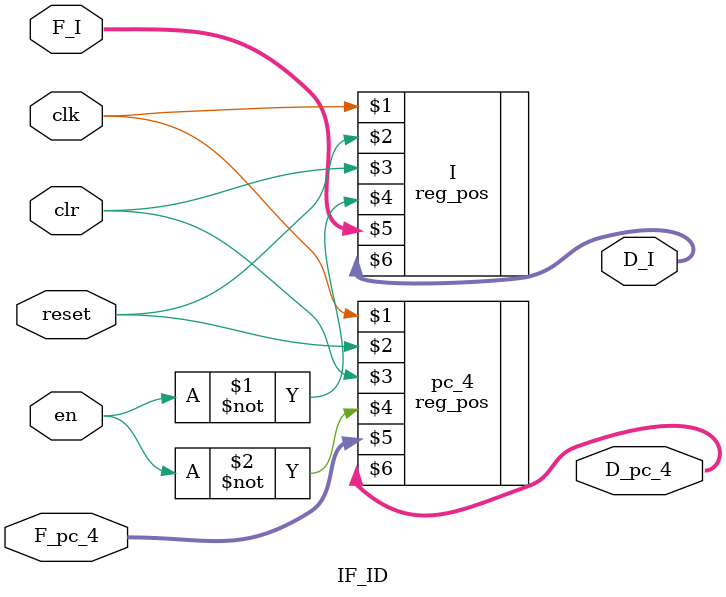
<source format=v>
`timescale 1ns / 1ps

module IF_ID(
	input clk,reset,en,clr,
	input [31:0] F_I,F_pc_4,
	output [31:0] D_I,D_pc_4 
	);
	
	reg_pos I(clk,reset,clr,~en,F_I,D_I);
	reg_pos pc_4(clk,reset,clr,~en,F_pc_4,D_pc_4);

endmodule


</source>
